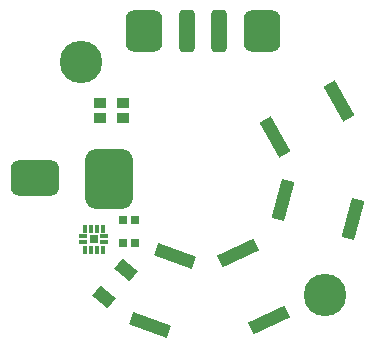
<source format=gts>
G04*
G04 #@! TF.GenerationSoftware,Altium Limited,Altium Designer,20.1.8 (145)*
G04*
G04 Layer_Color=8388736*
%FSLAX43Y43*%
%MOMM*%
G71*
G04*
G04 #@! TF.SameCoordinates,C5C313FD-7657-4A41-8647-220B39F72BCF*
G04*
G04*
G04 #@! TF.FilePolarity,Negative*
G04*
G01*
G75*
%ADD10C,3.600*%
%ADD11P,0.990X4X314.9*%
%ADD12P,0.990X4X315.0*%
%ADD13R,0.800X0.800*%
%ADD14R,0.350X0.800*%
%ADD15R,0.800X0.350*%
G04:AMPARAMS|DCode=16|XSize=4.1mm|YSize=3.1mm|CornerRadius=0.8mm|HoleSize=0mm|Usage=FLASHONLY|Rotation=180.000|XOffset=0mm|YOffset=0mm|HoleType=Round|Shape=RoundedRectangle|*
%AMROUNDEDRECTD16*
21,1,4.100,1.500,0,0,180.0*
21,1,2.500,3.100,0,0,180.0*
1,1,1.600,-1.250,0.750*
1,1,1.600,1.250,0.750*
1,1,1.600,1.250,-0.750*
1,1,1.600,-1.250,-0.750*
%
%ADD16ROUNDEDRECTD16*%
G04:AMPARAMS|DCode=17|XSize=3.6mm|YSize=1.35mm|CornerRadius=0.363mm|HoleSize=0mm|Usage=FLASHONLY|Rotation=90.000|XOffset=0mm|YOffset=0mm|HoleType=Round|Shape=RoundedRectangle|*
%AMROUNDEDRECTD17*
21,1,3.600,0.625,0,0,90.0*
21,1,2.875,1.350,0,0,90.0*
1,1,0.725,0.313,1.438*
1,1,0.725,0.313,-1.438*
1,1,0.725,-0.313,-1.438*
1,1,0.725,-0.313,1.438*
%
%ADD17ROUNDEDRECTD17*%
G04:AMPARAMS|DCode=18|XSize=3.6mm|YSize=3.1mm|CornerRadius=0.8mm|HoleSize=0mm|Usage=FLASHONLY|Rotation=90.000|XOffset=0mm|YOffset=0mm|HoleType=Round|Shape=RoundedRectangle|*
%AMROUNDEDRECTD18*
21,1,3.600,1.500,0,0,90.0*
21,1,2.000,3.100,0,0,90.0*
1,1,1.600,0.750,1.000*
1,1,1.600,0.750,-1.000*
1,1,1.600,-0.750,-1.000*
1,1,1.600,-0.750,1.000*
%
%ADD18ROUNDEDRECTD18*%
%ADD19R,1.000X0.900*%
G04:AMPARAMS|DCode=20|XSize=1.7mm|YSize=1.1mm|CornerRadius=0mm|HoleSize=0mm|Usage=FLASHONLY|Rotation=140.000|XOffset=0mm|YOffset=0mm|HoleType=Round|Shape=Rectangle|*
%AMROTATEDRECTD20*
4,1,4,1.005,-0.125,0.298,-0.968,-1.005,0.125,-0.298,0.968,1.005,-0.125,0.0*
%
%ADD20ROTATEDRECTD20*%

G04:AMPARAMS|DCode=21|XSize=3.4mm|YSize=1.1mm|CornerRadius=0mm|HoleSize=0mm|Usage=FLASHONLY|Rotation=25.000|XOffset=0mm|YOffset=0mm|HoleType=Round|Shape=Rectangle|*
%AMROTATEDRECTD21*
4,1,4,-1.308,-1.217,-1.773,-0.220,1.308,1.217,1.773,0.220,-1.308,-1.217,0.0*
%
%ADD21ROTATEDRECTD21*%

G04:AMPARAMS|DCode=22|XSize=3.4mm|YSize=1.1mm|CornerRadius=0mm|HoleSize=0mm|Usage=FLASHONLY|Rotation=119.568|XOffset=0mm|YOffset=0mm|HoleType=Round|Shape=Rectangle|*
%AMROTATEDRECTD22*
4,1,4,1.317,-1.207,0.360,-1.750,-1.317,1.207,-0.360,1.750,1.317,-1.207,0.0*
%
%ADD22ROTATEDRECTD22*%

G04:AMPARAMS|DCode=23|XSize=3.4mm|YSize=1.1mm|CornerRadius=0mm|HoleSize=0mm|Usage=FLASHONLY|Rotation=340.000|XOffset=0mm|YOffset=0mm|HoleType=Round|Shape=Rectangle|*
%AMROTATEDRECTD23*
4,1,4,-1.786,0.065,-1.409,1.098,1.786,-0.065,1.409,-1.098,-1.786,0.065,0.0*
%
%ADD23ROTATEDRECTD23*%

G04:AMPARAMS|DCode=24|XSize=3.4mm|YSize=1.1mm|CornerRadius=0mm|HoleSize=0mm|Usage=FLASHONLY|Rotation=75.000|XOffset=0mm|YOffset=0mm|HoleType=Round|Shape=Rectangle|*
%AMROTATEDRECTD24*
4,1,4,0.091,-1.784,-0.971,-1.500,-0.091,1.784,0.971,1.500,0.091,-1.784,0.0*
%
%ADD24ROTATEDRECTD24*%

G04:AMPARAMS|DCode=25|XSize=4.1mm|YSize=5.1mm|CornerRadius=1.05mm|HoleSize=0mm|Usage=FLASHONLY|Rotation=180.000|XOffset=0mm|YOffset=0mm|HoleType=Round|Shape=RoundedRectangle|*
%AMROUNDEDRECTD25*
21,1,4.100,3.000,0,0,180.0*
21,1,2.000,5.100,0,0,180.0*
1,1,2.100,-1.000,1.500*
1,1,2.100,1.000,1.500*
1,1,2.100,1.000,-1.500*
1,1,2.100,-1.000,-1.500*
%
%ADD25ROUNDEDRECTD25*%
D10*
X63650Y62900D02*
D03*
X84350Y43100D02*
D03*
D11*
X68250Y47499D02*
D03*
X67250Y47501D02*
D03*
D12*
X67250Y49500D02*
D03*
X68250Y49501D02*
D03*
D13*
X64750Y47850D02*
D03*
D14*
X64000Y46950D02*
D03*
X64500D02*
D03*
X65000D02*
D03*
X65500D02*
D03*
Y48750D02*
D03*
X65000D02*
D03*
X64500D02*
D03*
X64000D02*
D03*
D15*
X63850Y48100D02*
D03*
Y47600D02*
D03*
X65650D02*
D03*
Y48100D02*
D03*
D16*
X59750Y53000D02*
D03*
D17*
X75375Y65500D02*
D03*
X72625D02*
D03*
D18*
X69000D02*
D03*
X79000D02*
D03*
D19*
X67250Y59400D02*
D03*
Y58100D02*
D03*
X65250Y59400D02*
D03*
Y58100D02*
D03*
D20*
X65577Y42962D02*
D03*
X67505Y45260D02*
D03*
D21*
X76950Y46674D02*
D03*
X79570Y41055D02*
D03*
D22*
X85531Y59542D02*
D03*
X80138Y56483D02*
D03*
D23*
X71613Y46441D02*
D03*
X69492Y40615D02*
D03*
D24*
X80742Y51193D02*
D03*
X86731Y49589D02*
D03*
D25*
X66000Y52999D02*
D03*
M02*

</source>
